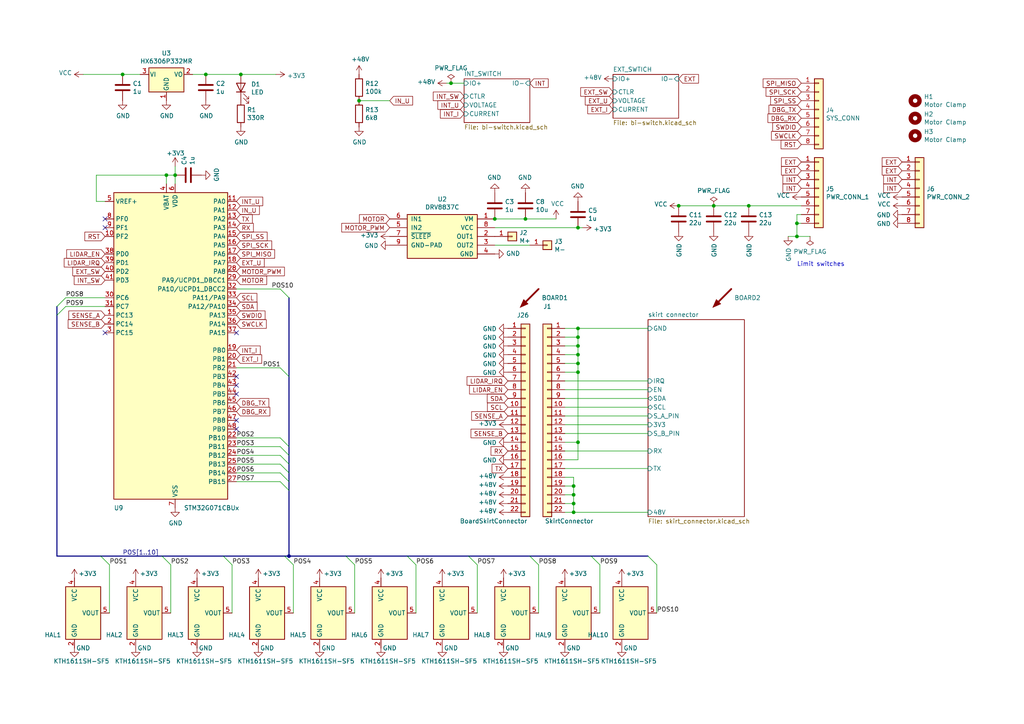
<source format=kicad_sch>
(kicad_sch (version 20211123) (generator eeschema)
  (paper "A4")
  (junction (at 104.14 29.21))
  (junction (at 167.64 97.79))
  (junction (at 166.37 140.97))
  (junction (at 207.01 59.69))
  (junction (at 35.56 21.59))
  (junction (at 166.37 146.05))
  (junction (at 59.69 21.59))
  (junction (at 130.81 24.13))
  (junction (at 167.64 105.41))
  (junction (at 50.8 50.8))
  (junction (at 196.85 59.69))
  (junction (at 167.64 66.04))
  (junction (at 152.4 63.5))
  (junction (at 231.14 68.58))
  (junction (at 143.51 63.5))
  (junction (at 69.85 21.59))
  (junction (at 217.17 59.69))
  (junction (at 83.82 161.29))
  (junction (at 167.64 102.87))
  (junction (at 231.14 64.77))
  (junction (at 167.64 128.27))
  (junction (at 167.64 100.33))
  (junction (at 167.64 107.95))
  (junction (at 167.64 95.25))
  (junction (at 166.37 148.59))
  (junction (at 48.26 50.8))
  (junction (at 166.37 143.51))
  (no_connect (at 68.58 111.76))
  (no_connect (at 68.58 121.92))
  (no_connect (at 30.48 66.04))
  (no_connect (at 68.58 109.22))
  (no_connect (at 30.48 63.5))
  (no_connect (at 68.58 124.46))
  (no_connect (at 68.58 96.52))
  (no_connect (at 30.48 96.52))
  (no_connect (at 68.58 114.3))
  (bus_entry (at 29.21 161.29) (size 2.54 2.54))
  (bus_entry (at 153.67 161.29) (size 2.54 2.54))
  (bus_entry (at 82.55 161.29) (size 2.54 2.54))
  (bus_entry (at 83.82 134.62) (size -2.54 -2.54))
  (bus_entry (at 16.51 88.9) (size 2.54 -2.54))
  (bus_entry (at 171.45 161.29) (size 2.54 2.54))
  (bus_entry (at 83.82 129.54) (size -2.54 -2.54))
  (bus_entry (at 83.82 86.36) (size -2.54 -2.54))
  (bus_entry (at 46.99 161.29) (size 2.54 2.54))
  (bus_entry (at 187.96 161.29) (size 2.54 2.54))
  (bus_entry (at 83.82 142.24) (size -2.54 -2.54))
  (bus_entry (at 100.33 161.29) (size 2.54 2.54))
  (bus_entry (at 83.82 137.16) (size -2.54 -2.54))
  (bus_entry (at 118.11 161.29) (size 2.54 2.54))
  (bus_entry (at 64.77 161.29) (size 2.54 2.54))
  (bus_entry (at 16.51 91.44) (size 2.54 -2.54))
  (bus_entry (at 135.89 161.29) (size 2.54 2.54))
  (bus_entry (at 83.82 132.08) (size -2.54 -2.54))
  (bus_entry (at 83.82 109.22) (size -2.54 -2.54))
  (bus_entry (at 83.82 139.7) (size -2.54 -2.54))
  (wire (pts (xy 163.83 102.87) (xy 167.64 102.87)))
  (wire (pts (xy 190.5 163.83) (xy 190.5 177.8)))
  (bus (pts (xy 29.21 161.29) (xy 46.99 161.29)))
  (bus (pts (xy 16.51 88.9) (xy 16.51 91.44)))
  (wire (pts (xy 153.67 71.12) (xy 143.51 71.12)))
  (wire (pts (xy 167.64 107.95) (xy 167.64 128.27)))
  (wire (pts (xy 234.95 68.58) (xy 231.14 68.58)))
  (wire (pts (xy 59.69 21.59) (xy 69.85 21.59)))
  (wire (pts (xy 102.87 163.83) (xy 102.87 177.8)))
  (bus (pts (xy 83.82 86.36) (xy 83.82 109.22)))
  (wire (pts (xy 19.05 86.36) (xy 30.48 86.36)))
  (wire (pts (xy 232.41 64.77) (xy 231.14 64.77)))
  (bus (pts (xy 135.89 161.29) (xy 153.67 161.29)))
  (wire (pts (xy 163.83 118.11) (xy 187.96 118.11)))
  (bus (pts (xy 171.45 161.29) (xy 187.96 161.29)))
  (wire (pts (xy 167.64 95.25) (xy 187.96 95.25)))
  (wire (pts (xy 166.37 140.97) (xy 166.37 143.51)))
  (wire (pts (xy 68.58 134.62) (xy 81.28 134.62)))
  (wire (pts (xy 35.56 21.59) (xy 24.13 21.59)))
  (bus (pts (xy 46.99 161.29) (xy 64.77 161.29)))
  (wire (pts (xy 68.58 127) (xy 81.28 127)))
  (wire (pts (xy 163.83 130.81) (xy 187.96 130.81)))
  (bus (pts (xy 83.82 142.24) (xy 83.82 161.29)))
  (bus (pts (xy 83.82 109.22) (xy 83.82 129.54)))
  (wire (pts (xy 129.54 24.13) (xy 130.81 24.13)))
  (wire (pts (xy 207.01 59.69) (xy 217.17 59.69)))
  (wire (pts (xy 48.26 50.8) (xy 48.26 53.34)))
  (bus (pts (xy 83.82 129.54) (xy 83.82 132.08)))
  (wire (pts (xy 163.83 138.43) (xy 166.37 138.43)))
  (wire (pts (xy 68.58 139.7) (xy 81.28 139.7)))
  (bus (pts (xy 16.51 91.44) (xy 16.51 161.29)))
  (wire (pts (xy 166.37 143.51) (xy 166.37 146.05)))
  (bus (pts (xy 118.11 161.29) (xy 135.89 161.29)))
  (wire (pts (xy 231.14 64.77) (xy 231.14 68.58)))
  (bus (pts (xy 64.77 161.29) (xy 82.55 161.29)))
  (wire (pts (xy 68.58 137.16) (xy 81.28 137.16)))
  (wire (pts (xy 27.94 50.8) (xy 48.26 50.8)))
  (wire (pts (xy 163.83 97.79) (xy 167.64 97.79)))
  (wire (pts (xy 156.21 163.83) (xy 156.21 177.8)))
  (wire (pts (xy 85.09 163.83) (xy 85.09 177.8)))
  (bus (pts (xy 29.21 161.29) (xy 16.51 161.29)))
  (wire (pts (xy 163.83 105.41) (xy 167.64 105.41)))
  (wire (pts (xy 166.37 138.43) (xy 166.37 140.97)))
  (wire (pts (xy 19.05 88.9) (xy 30.48 88.9)))
  (wire (pts (xy 163.83 140.97) (xy 166.37 140.97)))
  (wire (pts (xy 167.64 97.79) (xy 167.64 95.25)))
  (wire (pts (xy 163.83 110.49) (xy 187.96 110.49)))
  (wire (pts (xy 167.64 66.04) (xy 168.91 66.04)))
  (wire (pts (xy 163.83 143.51) (xy 166.37 143.51)))
  (wire (pts (xy 163.83 128.27) (xy 167.64 128.27)))
  (wire (pts (xy 68.58 132.08) (xy 81.28 132.08)))
  (bus (pts (xy 153.67 161.29) (xy 171.45 161.29)))
  (wire (pts (xy 50.8 50.8) (xy 50.8 53.34)))
  (wire (pts (xy 163.83 100.33) (xy 167.64 100.33)))
  (bus (pts (xy 83.82 137.16) (xy 83.82 139.7)))
  (bus (pts (xy 83.82 139.7) (xy 83.82 142.24)))
  (wire (pts (xy 49.53 163.83) (xy 49.53 177.8)))
  (bus (pts (xy 83.82 134.62) (xy 83.82 137.16)))
  (wire (pts (xy 173.99 163.83) (xy 173.99 177.8)))
  (bus (pts (xy 100.33 161.29) (xy 118.11 161.29)))
  (wire (pts (xy 163.83 146.05) (xy 166.37 146.05)))
  (wire (pts (xy 232.41 62.23) (xy 231.14 62.23)))
  (wire (pts (xy 68.58 83.82) (xy 81.28 83.82)))
  (wire (pts (xy 130.81 24.13) (xy 134.62 24.13)))
  (wire (pts (xy 31.75 163.83) (xy 31.75 177.8)))
  (wire (pts (xy 166.37 146.05) (xy 166.37 148.59)))
  (wire (pts (xy 163.83 115.57) (xy 187.96 115.57)))
  (wire (pts (xy 167.64 105.41) (xy 167.64 102.87)))
  (wire (pts (xy 163.83 148.59) (xy 166.37 148.59)))
  (wire (pts (xy 163.83 135.89) (xy 187.96 135.89)))
  (wire (pts (xy 30.48 58.42) (xy 27.94 58.42)))
  (wire (pts (xy 196.85 59.69) (xy 207.01 59.69)))
  (wire (pts (xy 231.14 62.23) (xy 231.14 64.77)))
  (wire (pts (xy 68.58 129.54) (xy 81.28 129.54)))
  (wire (pts (xy 27.94 58.42) (xy 27.94 50.8)))
  (wire (pts (xy 50.8 50.8) (xy 50.8 48.26)))
  (bus (pts (xy 82.55 161.29) (xy 83.82 161.29)))
  (wire (pts (xy 167.64 100.33) (xy 167.64 97.79)))
  (wire (pts (xy 67.31 163.83) (xy 67.31 177.8)))
  (wire (pts (xy 166.37 148.59) (xy 187.96 148.59)))
  (wire (pts (xy 167.64 105.41) (xy 167.64 107.95)))
  (wire (pts (xy 69.85 21.59) (xy 80.01 21.59)))
  (wire (pts (xy 167.64 102.87) (xy 167.64 100.33)))
  (wire (pts (xy 163.83 123.19) (xy 187.96 123.19)))
  (wire (pts (xy 120.65 163.83) (xy 120.65 177.8)))
  (wire (pts (xy 232.41 59.69) (xy 217.17 59.69)))
  (wire (pts (xy 163.83 107.95) (xy 167.64 107.95)))
  (wire (pts (xy 113.03 29.21) (xy 104.14 29.21)))
  (wire (pts (xy 143.51 63.5) (xy 152.4 63.5)))
  (wire (pts (xy 143.51 66.04) (xy 167.64 66.04)))
  (wire (pts (xy 163.83 125.73) (xy 187.96 125.73)))
  (wire (pts (xy 40.64 21.59) (xy 35.56 21.59)))
  (bus (pts (xy 83.82 132.08) (xy 83.82 134.62)))
  (wire (pts (xy 152.4 63.5) (xy 161.29 63.5)))
  (wire (pts (xy 163.83 120.65) (xy 187.96 120.65)))
  (wire (pts (xy 231.14 68.58) (xy 228.6 68.58)))
  (wire (pts (xy 138.43 163.83) (xy 138.43 177.8)))
  (wire (pts (xy 68.58 106.68) (xy 81.28 106.68)))
  (wire (pts (xy 163.83 113.03) (xy 187.96 113.03)))
  (bus (pts (xy 83.82 161.29) (xy 100.33 161.29)))
  (wire (pts (xy 167.64 95.25) (xy 163.83 95.25)))
  (wire (pts (xy 55.88 21.59) (xy 59.69 21.59)))
  (wire (pts (xy 167.64 133.35) (xy 163.83 133.35)))
  (wire (pts (xy 48.26 50.8) (xy 50.8 50.8)))
  (wire (pts (xy 167.64 128.27) (xy 167.64 133.35)))
  (text "Limit switches" (at 231.14 77.47 0) (effects (font (size 1.27 1.27)) (justify left bottom)))
  (label "POS9" (at 19.05 88.9 0))
  (label "POS5" (at 68.58 134.62 0))
  (label "POS7" (at 138.43 163.83 0))
  (label "POS1" (at 76.2 106.68 0))
  (label "POS4" (at 68.58 132.08 0))
  (label "POS2" (at 68.58 127 0))
  (label "POS8" (at 19.05 86.36 0))
  (label "POS1" (at 31.75 163.83 0))
  (label "POS2" (at 49.53 163.83 0))
  (label "POS8" (at 156.21 163.83 0))
  (label "POS6" (at 120.65 163.83 0))
  (label "POS3" (at 68.58 129.54 0))
  (label "POS3" (at 67.31 163.83 0))
  (label "POS10" (at 78.74 83.82 0))
  (label "POS6" (at 68.58 137.16 0))
  (label "POS[1..10]" (at 35.56 161.29 0))
  (label "POS7" (at 68.58 139.7 0))
  (label "POS10" (at 190.5 177.8 0))
  (label "POS5" (at 102.87 163.83 0))
  (label "POS4" (at 85.09 163.83 0))
  (label "POS9" (at 173.99 163.83 0))
  (global_label "MOTOR_PWM" (shape input) (at 68.58 78.74 0) (property "Intersheet References" "${INTERSHEET_REFS}" (effects hide)))
  (global_label "SPI_SCK" (shape input) (at 68.58 71.12 0) (property "Intersheet References" "${INTERSHEET_REFS}" (effects hide)))
  (global_label "DBG_TX" (shape input) (at 232.41 31.75 180) (property "Intersheet References" "${INTERSHEET_REFS}" (effects hide)))
  (global_label "SDA" (shape input) (at 68.58 88.9 0) (property "Intersheet References" "${INTERSHEET_REFS}" (effects hide)))
  (global_label "EXT" (shape input) (at 232.41 46.99 180) (property "Intersheet References" "${INTERSHEET_REFS}" (effects hide)))
  (global_label "SENSE_B" (shape input) (at 147.32 125.73 180) (property "Intersheet References" "${INTERSHEET_REFS}" (effects hide)))
  (global_label "INT_U" (shape input) (at 134.62 30.48 180) (property "Intersheet References" "${INTERSHEET_REFS}" (effects hide)))
  (global_label "EXT" (shape input) (at 261.62 46.99 180) (property "Intersheet References" "${INTERSHEET_REFS}" (effects hide)))
  (global_label "SPI_SS" (shape input) (at 232.41 29.21 180) (property "Intersheet References" "${INTERSHEET_REFS}" (effects hide)))
  (global_label "INT_SW" (shape input) (at 30.48 81.28 180) (property "Intersheet References" "${INTERSHEET_REFS}" (effects hide)))
  (global_label "EXT_SW" (shape input) (at 30.48 78.74 180) (property "Intersheet References" "${INTERSHEET_REFS}" (effects hide)))
  (global_label "EXT_I" (shape input) (at 177.8 31.75 180) (property "Intersheet References" "${INTERSHEET_REFS}" (effects hide)))
  (global_label "SWDIO" (shape input) (at 232.41 36.83 180) (property "Intersheet References" "${INTERSHEET_REFS}" (effects hide)))
  (global_label "SDA" (shape input) (at 147.32 115.57 180) (property "Intersheet References" "${INTERSHEET_REFS}" (effects hide)))
  (global_label "MOTOR" (shape input) (at 113.03 63.5 180) (property "Intersheet References" "${INTERSHEET_REFS}" (effects hide)))
  (global_label "INT_I" (shape input) (at 134.62 33.02 180) (property "Intersheet References" "${INTERSHEET_REFS}" (effects hide)))
  (global_label "MOTOR" (shape input) (at 68.58 81.28 0) (property "Intersheet References" "${INTERSHEET_REFS}" (effects hide)))
  (global_label "LIDAR_IRQ" (shape input) (at 147.32 110.49 180) (property "Intersheet References" "${INTERSHEET_REFS}" (effects hide)))
  (global_label "INT" (shape input) (at 261.62 52.07 180) (property "Intersheet References" "${INTERSHEET_REFS}" (effects hide)))
  (global_label "IN_U" (shape input) (at 113.03 29.21 0) (property "Intersheet References" "${INTERSHEET_REFS}" (effects hide)))
  (global_label "EXT" (shape input) (at 232.41 49.53 180) (property "Intersheet References" "${INTERSHEET_REFS}" (effects hide)))
  (global_label "EXT_U" (shape input) (at 177.8 29.21 180) (property "Intersheet References" "${INTERSHEET_REFS}" (effects hide)))
  (global_label "SPI_MISO" (shape input) (at 232.41 24.13 180) (property "Intersheet References" "${INTERSHEET_REFS}" (effects hide)))
  (global_label "SENSE_A" (shape input) (at 147.32 120.65 180) (property "Intersheet References" "${INTERSHEET_REFS}" (effects hide)))
  (global_label "SENSE_A" (shape input) (at 30.48 91.44 180) (property "Intersheet References" "${INTERSHEET_REFS}" (effects hide)))
  (global_label "RX" (shape input) (at 147.32 130.81 180) (property "Intersheet References" "${INTERSHEET_REFS}" (effects hide)))
  (global_label "LIDAR_IRQ" (shape input) (at 30.48 76.2 180) (property "Intersheet References" "${INTERSHEET_REFS}" (effects hide)))
  (global_label "SWDIO" (shape input) (at 68.58 91.44 0) (property "Intersheet References" "${INTERSHEET_REFS}" (effects hide)))
  (global_label "TX" (shape input) (at 147.32 135.89 180) (property "Intersheet References" "${INTERSHEET_REFS}" (effects hide)))
  (global_label "INT_SW" (shape input) (at 134.62 27.94 180) (property "Intersheet References" "${INTERSHEET_REFS}" (effects hide)))
  (global_label "SPI_SS" (shape input) (at 68.58 68.58 0) (property "Intersheet References" "${INTERSHEET_REFS}" (effects hide)))
  (global_label "IN_U" (shape input) (at 68.58 60.96 0) (property "Intersheet References" "${INTERSHEET_REFS}" (effects hide)))
  (global_label "DBG_RX" (shape input) (at 68.58 119.38 0) (property "Intersheet References" "${INTERSHEET_REFS}" (effects hide)))
  (global_label "SPI_MISO" (shape input) (at 68.58 73.66 0) (property "Intersheet References" "${INTERSHEET_REFS}" (effects hide)))
  (global_label "DBG_RX" (shape input) (at 232.41 34.29 180) (property "Intersheet References" "${INTERSHEET_REFS}" (effects hide)))
  (global_label "MOTOR_PWM" (shape input) (at 113.03 66.04 180) (property "Intersheet References" "${INTERSHEET_REFS}" (effects hide)))
  (global_label "EXT" (shape input) (at 261.62 49.53 180) (property "Intersheet References" "${INTERSHEET_REFS}" (effects hide)))
  (global_label "SENSE_B" (shape input) (at 30.48 93.98 180) (property "Intersheet References" "${INTERSHEET_REFS}" (effects hide)))
  (global_label "RST" (shape input) (at 232.41 41.91 180) (property "Intersheet References" "${INTERSHEET_REFS}" (effects hide)))
  (global_label "SPI_SCK" (shape input) (at 232.41 26.67 180) (property "Intersheet References" "${INTERSHEET_REFS}" (effects hide)))
  (global_label "SCL" (shape input) (at 68.58 86.36 0) (property "Intersheet References" "${INTERSHEET_REFS}" (effects hide)))
  (global_label "INT" (shape input) (at 232.41 52.07 180) (property "Intersheet References" "${INTERSHEET_REFS}" (effects hide)))
  (global_label "INT_I" (shape input) (at 68.58 101.6 0) (property "Intersheet References" "${INTERSHEET_REFS}" (effects hide)))
  (global_label "EXT_SW" (shape input) (at 177.8 26.67 180) (property "Intersheet References" "${INTERSHEET_REFS}" (effects hide)))
  (global_label "SCL" (shape input) (at 147.32 118.11 180) (property "Intersheet References" "${INTERSHEET_REFS}" (effects hide)))
  (global_label "RST" (shape input) (at 30.48 68.58 180) (property "Intersheet References" "${INTERSHEET_REFS}" (effects hide)))
  (global_label "INT" (shape input) (at 232.41 54.61 180) (property "Intersheet References" "${INTERSHEET_REFS}" (effects hide)))
  (global_label "INT" (shape input) (at 261.62 54.61 180) (property "Intersheet References" "${INTERSHEET_REFS}" (effects hide)))
  (global_label "EXT" (shape input) (at 196.85 22.86 0) (property "Intersheet References" "${INTERSHEET_REFS}" (effects hide)))
  (global_label "EXT_U" (shape input) (at 68.58 76.2 0) (property "Intersheet References" "${INTERSHEET_REFS}" (effects hide)))
  (global_label "LIDAR_EN" (shape input) (at 147.32 113.03 180) (property "Intersheet References" "${INTERSHEET_REFS}" (effects hide)))
  (global_label "SWCLK" (shape input) (at 232.41 39.37 180) (property "Intersheet References" "${INTERSHEET_REFS}" (effects hide)))
  (global_label "INT" (shape input) (at 153.67 24.13 0) (property "Intersheet References" "${INTERSHEET_REFS}" (effects hide)))
  (global_label "DBG_TX" (shape input) (at 68.58 116.84 0) (property "Intersheet References" "${INTERSHEET_REFS}" (effects hide)))
  (global_label "RX" (shape input) (at 68.58 66.04 0) (property "Intersheet References" "${INTERSHEET_REFS}" (effects hide)))
  (global_label "SWCLK" (shape input) (at 68.58 93.98 0) (property "Intersheet References" "${INTERSHEET_REFS}" (effects hide)))
  (global_label "INT_U" (shape input) (at 68.58 58.42 0) (property "Intersheet References" "${INTERSHEET_REFS}" (effects hide)))
  (global_label "EXT_I" (shape input) (at 68.58 104.14 0) (property "Intersheet References" "${INTERSHEET_REFS}" (effects hide)))
  (global_label "TX" (shape input) (at 68.58 63.5 0) (property "Intersheet References" "${INTERSHEET_REFS}" (effects hide)))
  (global_label "LIDAR_EN" (shape input) (at 30.48 73.66 180) (property "Intersheet References" "${INTERSHEET_REFS}" (effects hide)))
  (symbol (lib_name "GND_13") (lib_id "power:GND") (at 50.8 147.32 0) (unit 1)
    (property "Reference" "#PWR0101" (effects hide))
    (property "Value" "GND" (at 50.927 151.7142 0))
  )
  (symbol (lib_name "+3V3_8") (lib_id "power:+3V3") (at 50.8 48.26 0) (unit 1)
    (property "Reference" "#PWR0102" (effects hide))
    (property "Value" "+3V3" (at 48.26 44.45 0) (effects (justify left)))
  )
  (symbol (lib_name "GND_8") (lib_id "power:GND") (at 58.42 50.8 90) (unit 1)
    (property "Reference" "#PWR0103" (effects hide))
    (property "Value" "GND" (at 62.8142 50.673 0))
  )
  (symbol (lib_name "GND_10") (lib_id "power:GND") (at 48.26 29.21 0) (unit 1)
    (property "Reference" "#PWR0104" (effects hide))
    (property "Value" "GND" (at 48.387 33.6042 0))
  )
  (symbol (lib_id "power:+3V3") (at 80.01 21.59 270) (unit 1)
    (property "Reference" "#PWR0107" (effects hide))
    (property "Value" "+3V3" (at 83.2612 21.971 90) (effects (justify left)))
  )
  (symbol (lib_id "power:VCC") (at 161.29 63.5 0) (unit 1)
    (property "Reference" "#PWR0113" (effects hide))
    (property "Value" "VCC" (at 161.7218 59.1058 0))
  )
  (symbol (lib_name "+3V3_3") (lib_id "power:+3V3") (at 113.03 68.58 90) (unit 1)
    (property "Reference" "#PWR0114" (effects hide))
    (property "Value" "+3V3" (at 109.7788 68.199 90) (effects (justify left)))
  )
  (symbol (lib_name "+3V3_13") (lib_id "power:+3V3") (at 168.91 66.04 270) (unit 1)
    (property "Reference" "#PWR0115" (effects hide))
    (property "Value" "+3V3" (at 172.1612 66.421 90) (effects (justify left)))
  )
  (symbol (lib_name "GND_2") (lib_id "power:GND") (at 113.03 71.12 270) (unit 1)
    (property "Reference" "#PWR0116" (effects hide))
    (property "Value" "GND" (at 109.7788 71.247 90) (effects (justify right)))
  )
  (symbol (lib_name "GND_28") (lib_id "power:GND") (at 143.51 73.66 90) (unit 1)
    (property "Reference" "#PWR0117" (effects hide))
    (property "Value" "GND" (at 146.7612 73.533 90) (effects (justify right)))
  )
  (symbol (lib_name "C_7") (lib_id "Device:C") (at 167.64 62.23 0) (unit 1)
    (property "Reference" "C5" (at 170.561 61.0616 0) (effects (justify left)))
    (property "Value" "1u" (at 170.561 63.373 0) (effects (justify left)))
    (property "Footprint" "Capacitor_SMD:C_0402_1005Metric" (effects hide))
    (property "LCSC" "C52923" (effects hide))
  )
  (symbol (lib_name "GND_24") (lib_id "power:GND") (at 167.64 58.42 180) (unit 1)
    (property "Reference" "#PWR0118" (effects hide))
    (property "Value" "GND" (at 167.513 54.0258 0))
  )
  (symbol (lib_name "C_2") (lib_id "Device:C") (at 54.61 50.8 90) (unit 1)
    (property "Reference" "C4" (at 53.4416 47.879 0) (effects (justify left)))
    (property "Value" "1u" (at 55.753 47.879 0) (effects (justify left)))
    (property "Footprint" "Capacitor_SMD:C_0402_1005Metric" (effects hide))
    (property "LCSC" "C52923" (effects hide))
  )
  (symbol (lib_name "GND_25") (lib_id "power:GND") (at 143.51 55.88 180) (unit 1)
    (property "Reference" "#PWR0119" (effects hide))
    (property "Value" "GND" (at 143.383 51.4858 0))
  )
  (symbol (lib_name "Conn_01x01_1") (lib_id "Connector_Generic:Conn_01x01") (at 148.59 68.58 0) (unit 1)
    (property "Reference" "J2" (at 150.622 67.5132 0) (effects (justify left)))
    (property "Value" "M+" (at 150.622 69.8246 0) (effects (justify left)))
    (property "Footprint" "TestPoint:TestPoint_Pad_D2.5mm" (effects hide))
  )
  (symbol (lib_id "Connector_Generic:Conn_01x01") (at 158.75 71.12 0) (unit 1)
    (property "Reference" "J3" (at 160.782 70.0532 0) (effects (justify left)))
    (property "Value" "M-" (at 160.782 72.3646 0) (effects (justify left)))
    (property "Footprint" "TestPoint:TestPoint_Pad_D2.5mm" (effects hide))
  )
  (symbol (lib_id "Device:LED") (at 69.85 25.4 90) (unit 1)
    (property "Reference" "D1" (at 72.8218 24.4348 90) (effects (justify right)))
    (property "Value" "LED" (at 72.8218 26.7462 90) (effects (justify right)))
    (property "Footprint" "LED_SMD:LED_0603_1608Metric" (effects hide))
    (property "LCSC" "C72038" (effects hide))
  )
  (symbol (lib_id "Device:R") (at 69.85 33.02 0) (unit 1)
    (property "Reference" "R1" (at 71.628 31.8516 0) (effects (justify left)))
    (property "Value" "330R" (at 71.628 34.163 0) (effects (justify left)))
    (property "Footprint" "Resistor_SMD:R_0402_1005Metric" (effects hide))
    (property "LCSC" "C25104" (effects hide))
  )
  (symbol (lib_name "GND_12") (lib_id "power:GND") (at 69.85 36.83 0) (unit 1)
    (property "Reference" "#PWR0127" (effects hide))
    (property "Value" "GND" (at 69.977 41.2242 0))
  )
  (symbol (lib_name "+48V_2") (lib_id "power:+48V") (at 129.54 24.13 90) (unit 1)
    (property "Reference" "#PWR0128" (effects hide))
    (property "Value" "+48V" (at 126.2888 23.749 90) (effects (justify left)))
  )
  (symbol (lib_name "+48V_3") (lib_id "power:+48V") (at 177.8 22.86 90) (unit 1)
    (property "Reference" "#PWR0129" (effects hide))
    (property "Value" "+48V" (at 174.5488 22.479 90) (effects (justify left)))
  )
  (symbol (lib_name "R_1") (lib_id "Device:R") (at 104.14 25.4 0) (unit 1)
    (property "Reference" "R12" (at 105.918 24.2316 0) (effects (justify left)))
    (property "Value" "100k" (at 105.918 26.543 0) (effects (justify left)))
    (property "Footprint" "Resistor_SMD:R_0402_1005Metric" (effects hide))
    (property "LCSC" "C25741" (effects hide))
  )
  (symbol (lib_name "R_2") (lib_id "Device:R") (at 104.14 33.02 0) (unit 1)
    (property "Reference" "R13" (at 105.918 31.8516 0) (effects (justify left)))
    (property "Value" "6k8" (at 105.918 34.163 0) (effects (justify left)))
    (property "Footprint" "Resistor_SMD:R_0402_1005Metric" (effects hide))
    (property "LCSC" "C25917" (effects hide))
  )
  (symbol (lib_name "GND_3") (lib_id "power:GND") (at 104.14 36.83 0) (unit 1)
    (property "Reference" "#PWR0143" (effects hide))
    (property "Value" "GND" (at 104.267 41.2242 0))
  )
  (symbol (lib_name "+48V_1") (lib_id "power:+48V") (at 104.14 21.59 0) (unit 1)
    (property "Reference" "#PWR0144" (effects hide))
    (property "Value" "+48V" (at 104.521 17.1958 0))
  )
  (symbol (lib_id "Mechanical:MountingHole") (at 265.43 34.29 0) (unit 1)
    (property "Reference" "H2" (at 267.97 33.1216 0) (effects (justify left)))
    (property "Value" "Motor Clamp" (at 267.97 35.433 0) (effects (justify left)))
    (property "Footprint" "MountingHole:MountingHole_2mm" (effects hide))
    (property "JLCPCB_IGNORE" "YES" (effects hide))
  )
  (symbol (lib_name "MountingHole_2") (lib_id "Mechanical:MountingHole") (at 265.43 39.37 0) (unit 1)
    (property "Reference" "H3" (at 267.97 38.2016 0) (effects (justify left)))
    (property "Value" "Motor Clamp" (at 267.97 40.513 0) (effects (justify left)))
    (property "Footprint" "MountingHole:MountingHole_2mm" (effects hide))
    (property "JLCPCB_IGNORE" "YES" (effects hide))
  )
  (symbol (lib_name "MountingHole_1") (lib_id "Mechanical:MountingHole") (at 265.43 29.21 0) (unit 1)
    (property "Reference" "H1" (at 267.97 28.0416 0) (effects (justify left)))
    (property "Value" "Motor Clamp" (at 267.97 30.353 0) (effects (justify left)))
    (property "Footprint" "MountingHole:MountingHole_2mm" (effects hide))
    (property "JLCPCB_IGNORE" "YES" (effects hide))
  )
  (symbol (lib_id "rofi:DRV8837C") (at 128.27 68.58 0) (unit 1)
    (property "Reference" "U2" (at 128.27 57.785 0))
    (property "Value" "DRV8837C" (at 128.27 60.0964 0))
    (property "Footprint" "Package_SON:WSON-8-1EP_2x2mm_P0.5mm_EP0.9x1.6mm" (effects hide))
    (property "manf#" "DRV8837CDSGR" (effects hide))
    (property "LCSC" "C191000" (effects hide))
  )
  (symbol (lib_name "VCC_1") (lib_id "power:VCC") (at 24.13 21.59 90) (unit 1)
    (property "Reference" "#PWR0105" (effects hide))
    (property "Value" "VCC" (at 20.9042 21.1328 90) (effects (justify left)))
  )
  (symbol (lib_id "Regulator_Linear:MCP1700-2502E_SOT23") (at 48.26 21.59 0) (unit 1)
    (property "Reference" "U3" (at 48.26 15.4432 0))
    (property "Value" "HX6306P332MR" (at 48.26 17.7546 0))
    (property "Footprint" "Package_TO_SOT_SMD:SOT-23" (effects hide))
    (property "LCSC" "C296211" (effects hide))
    (property "JLCPCB_CORRECTION" "0;0;180" (effects hide))
  )
  (symbol (lib_name "C_1") (lib_id "Device:C") (at 59.69 25.4 0) (unit 1)
    (property "Reference" "C2" (at 62.611 24.2316 0) (effects (justify left)))
    (property "Value" "1u" (at 62.611 26.543 0) (effects (justify left)))
    (property "Footprint" "Capacitor_SMD:C_0402_1005Metric" (effects hide))
    (property "LCSC" "C52923" (effects hide))
  )
  (symbol (lib_name "C_3") (lib_id "Device:C") (at 35.56 25.4 0) (unit 1)
    (property "Reference" "C1" (at 38.481 24.2316 0) (effects (justify left)))
    (property "Value" "1u" (at 38.481 26.543 0) (effects (justify left)))
    (property "Footprint" "Capacitor_SMD:C_0402_1005Metric" (effects hide))
    (property "LCSC" "C52923" (effects hide))
  )
  (symbol (lib_name "GND_11") (lib_id "power:GND") (at 59.69 29.21 0) (unit 1)
    (property "Reference" "#PWR0106" (effects hide))
    (property "Value" "GND" (at 59.817 33.6042 0))
  )
  (symbol (lib_name "GND_9") (lib_id "power:GND") (at 35.56 29.21 0) (unit 1)
    (property "Reference" "#PWR0108" (effects hide))
    (property "Value" "GND" (at 35.687 33.6042 0))
  )
  (symbol (lib_id "Device:C") (at 152.4 59.69 0) (unit 1)
    (property "Reference" "C8" (at 155.321 58.5216 0) (effects (justify left)))
    (property "Value" "10u" (at 155.321 60.833 0) (effects (justify left)))
    (property "Footprint" "Capacitor_SMD:C_0603_1608Metric" (effects hide))
    (property "LCSC" "C19702" (effects hide))
  )
  (symbol (lib_name "GND_26") (lib_id "power:GND") (at 152.4 55.88 180) (unit 1)
    (property "Reference" "#PWR0109" (effects hide))
    (property "Value" "GND" (at 152.273 51.4858 0))
  )
  (symbol (lib_name "C_8") (lib_id "Device:C") (at 143.51 59.69 0) (unit 1)
    (property "Reference" "C3" (at 146.431 58.5216 0) (effects (justify left)))
    (property "Value" "1u" (at 146.431 60.833 0) (effects (justify left)))
    (property "Footprint" "Capacitor_SMD:C_0402_1005Metric" (effects hide))
    (property "LCSC" "C52923" (effects hide))
  )
  (symbol (lib_id "Connector_Generic:Conn_01x08") (at 237.49 31.75 0) (unit 1)
    (property "Reference" "J4" (at 239.522 31.9532 0) (effects (justify left)))
    (property "Value" "SYS_CONN" (at 239.522 34.2646 0) (effects (justify left)))
    (property "Footprint" "rofi:SOLO-9258-mating" (effects hide))
    (property "JLCPCB_IGNORE" "YES" (effects hide))
  )
  (symbol (lib_name "GND_22") (lib_id "power:GND") (at 228.6 68.58 0) (unit 1)
    (property "Reference" "#PWR0124" (effects hide))
    (property "Value" "GND" (at 228.727 71.8312 90) (effects (justify right)))
  )
  (symbol (lib_name "Conn_01x08_1") (lib_id "Connector_Generic:Conn_01x08") (at 237.49 54.61 0) (unit 1)
    (property "Reference" "J5" (at 239.522 54.8132 0) (effects (justify left)))
    (property "Value" "PWR_CONN_1" (at 239.522 57.1246 0) (effects (justify left)))
    (property "Footprint" "rofi:SOLO-9258-mating" (effects hide))
    (property "JLCPCB_IGNORE" "YES" (effects hide))
  )
  (symbol (lib_name "VCC_5") (lib_id "power:VCC") (at 196.85 59.69 90) (unit 1)
    (property "Reference" "#PWR0148" (effects hide))
    (property "Value" "VCC" (at 193.6242 59.2328 90) (effects (justify left)))
  )
  (symbol (lib_name "VCC_2") (lib_id "power:VCC") (at 232.41 57.15 90) (unit 1)
    (property "Reference" "#PWR0149" (effects hide))
    (property "Value" "VCC" (at 229.1842 56.6928 90) (effects (justify left)))
  )
  (symbol (lib_name "GND_19") (lib_id "power:GND") (at 261.62 64.77 270) (unit 1)
    (property "Reference" "#PWR0150" (effects hide))
    (property "Value" "GND" (at 258.3688 64.897 90) (effects (justify right)))
  )
  (symbol (lib_name "Conn_01x08_2") (lib_id "Connector_Generic:Conn_01x08") (at 266.7 54.61 0) (unit 1)
    (property "Reference" "J6" (at 268.732 54.8132 0) (effects (justify left)))
    (property "Value" "PWR_CONN_2" (at 268.732 57.1246 0) (effects (justify left)))
    (property "Footprint" "rofi:SOLO-9258-mating" (effects hide))
    (property "JLCPCB_IGNORE" "YES" (effects hide))
  )
  (symbol (lib_name "GND_18") (lib_id "power:GND") (at 261.62 62.23 270) (unit 1)
    (property "Reference" "#PWR0151" (effects hide))
    (property "Value" "GND" (at 258.3688 62.357 90) (effects (justify right)))
  )
  (symbol (lib_name "VCC_3") (lib_id "power:VCC") (at 261.62 59.69 90) (unit 1)
    (property "Reference" "#PWR0152" (effects hide))
    (property "Value" "VCC" (at 258.3942 59.2328 90) (effects (justify left)))
  )
  (symbol (lib_name "VCC_4") (lib_id "power:VCC") (at 261.62 57.15 90) (unit 1)
    (property "Reference" "#PWR0153" (effects hide))
    (property "Value" "VCC" (at 258.3942 56.6928 90) (effects (justify left)))
  )
  (symbol (lib_name "C_4") (lib_id "Device:C") (at 196.85 63.5 0) (unit 1)
    (property "Reference" "C11" (at 199.771 62.3316 0) (effects (justify left)))
    (property "Value" "22u" (at 199.771 64.643 0) (effects (justify left)))
    (property "Footprint" "Capacitor_SMD:C_0805_2012Metric" (effects hide))
    (property "LCSC" "C45783" (effects hide))
  )
  (symbol (lib_name "GND_20") (lib_id "power:GND") (at 196.85 67.31 0) (unit 1)
    (property "Reference" "#PWR0154" (effects hide))
    (property "Value" "GND" (at 196.977 70.5612 90) (effects (justify right)))
  )
  (symbol (lib_name "C_6") (lib_id "Device:C") (at 207.01 63.5 0) (unit 1)
    (property "Reference" "C12" (at 209.931 62.3316 0) (effects (justify left)))
    (property "Value" "22u" (at 209.931 64.643 0) (effects (justify left)))
    (property "Footprint" "Capacitor_SMD:C_0805_2012Metric" (effects hide))
    (property "LCSC" "C45783" (effects hide))
  )
  (symbol (lib_name "C_5") (lib_id "Device:C") (at 217.17 63.5 0) (unit 1)
    (property "Reference" "C13" (at 220.091 62.3316 0) (effects (justify left)))
    (property "Value" "22u" (at 220.091 64.643 0) (effects (justify left)))
    (property "Footprint" "Capacitor_SMD:C_0805_2012Metric" (effects hide))
    (property "LCSC" "C45783" (effects hide))
  )
  (symbol (lib_name "GND_23") (lib_id "power:GND") (at 207.01 67.31 0) (unit 1)
    (property "Reference" "#PWR0155" (effects hide))
    (property "Value" "GND" (at 207.137 70.5612 90) (effects (justify right)))
  )
  (symbol (lib_name "GND_21") (lib_id "power:GND") (at 217.17 67.31 0) (unit 1)
    (property "Reference" "#PWR0156" (effects hide))
    (property "Value" "GND" (at 217.297 70.5612 90) (effects (justify right)))
  )
  (symbol (lib_name "PWR_FLAG_2") (lib_id "power:PWR_FLAG") (at 207.01 59.69 0) (unit 1)
    (property "Reference" "#FLG0101" (effects hide))
    (property "Value" "PWR_FLAG" (at 207.01 55.2958 0))
  )
  (symbol (lib_id "power:PWR_FLAG") (at 234.95 68.58 180) (unit 1)
    (property "Reference" "#FLG0102" (effects hide))
    (property "Value" "PWR_FLAG" (at 234.95 72.9742 0))
  )
  (symbol (lib_name "PWR_FLAG_1") (lib_id "power:PWR_FLAG") (at 130.81 24.13 0) (unit 1)
    (property "Reference" "#FLG0103" (effects hide))
    (property "Value" "PWR_FLAG" (at 130.81 19.7358 0))
  )
  (symbol (lib_id "Graphic:SYM_Arrow45_Large") (at 209.55 86.36 270) (unit 1)
    (property "Reference" "BOARD2" (at 212.979 86.3854 90) (effects (justify left)))
    (property "Value" "BOARD" (effects hide))
    (property "Footprint" "kikit:Board" (effects hide))
  )
  (symbol (lib_name "SYM_Arrow45_Large_1") (lib_id "Graphic:SYM_Arrow45_Large") (at 153.67 86.36 270) (unit 1)
    (property "Reference" "BOARD1" (at 157.099 86.3854 90) (effects (justify left)))
    (property "Value" "BOARD" (effects hide))
    (property "Footprint" "kikit:Board" (effects hide))
  )
  (symbol (lib_name "GND_30") (lib_id "power:GND") (at 147.32 95.25 270) (unit 1)
    (property "Reference" "#PWR0169" (effects hide))
    (property "Value" "GND" (at 144.0688 95.377 90) (effects (justify right)))
  )
  (symbol (lib_name "+3V3_12") (lib_id "power:+3V3") (at 180.34 167.64 0) (unit 1)
    (property "Reference" "#PWR0176" (effects hide))
    (property "Value" "+3V3" (at 184.15 166.37 0))
  )
  (symbol (lib_name "GND_17") (lib_id "power:GND") (at 163.83 187.96 0) (unit 1)
    (property "Reference" "#PWR0171" (effects hide))
    (property "Value" "GND" (at 166.37 187.96 0))
  )
  (symbol (lib_name "+3V3_5") (lib_id "power:+3V3") (at 21.59 167.64 0) (unit 1)
    (property "Reference" "#PWR0164" (effects hide))
    (property "Value" "+3V3" (at 25.4 166.37 0))
  )
  (symbol (lib_name "GND_33") (lib_id "power:GND") (at 147.32 128.27 270) (unit 1)
    (property "Reference" "#PWR0163" (effects hide))
    (property "Value" "GND" (at 144.0688 128.397 90) (effects (justify right)))
  )
  (symbol (lib_name "GND_1") (lib_id "power:GND") (at 146.05 187.96 0) (unit 1)
    (property "Reference" "#PWR0174" (effects hide))
    (property "Value" "GND" (at 148.59 187.96 0))
  )
  (symbol (lib_id "rofi:KTH1611SH-SF5") (at 24.13 177.8 0) (unit 1)
    (property "Reference" "HAL1" (at 17.78 184.15 0) (effects (justify right)))
    (property "Value" "KTH1611SH-SF5" (at 31.75 191.77 0) (effects (justify right)))
    (property "Footprint" "Package_TO_SOT_SMD:SOT-553" (effects hide))
    (property "LCSC" "C516261" (effects hide))
    (property "JLCPCB_CORRECTION" "0;0;180" (effects hide))
  )
  (symbol (lib_name "+3V3_9") (lib_id "power:+3V3") (at 92.71 167.64 0) (unit 1)
    (property "Reference" "#PWR0110" (effects hide))
    (property "Value" "+3V3" (at 96.52 166.37 0))
  )
  (symbol (lib_name "+48V_4") (lib_id "power:+48V") (at 147.32 143.51 90) (unit 1)
    (property "Reference" "#PWR0123" (effects hide))
    (property "Value" "+48V" (at 144.0688 143.129 90) (effects (justify left)))
  )
  (symbol (lib_name "GND_34") (lib_id "power:GND") (at 147.32 105.41 270) (unit 1)
    (property "Reference" "#PWR0161" (effects hide))
    (property "Value" "GND" (at 144.0688 105.537 90) (effects (justify right)))
  )
  (symbol (lib_id "rofi:KTH1611SH-SF5") (at 182.88 177.8 0) (unit 1)
    (property "Reference" "HAL10" (at 176.53 184.15 0) (effects (justify right)))
    (property "Value" "KTH1611SH-SF5" (at 190.5 191.77 0) (effects (justify right)))
    (property "Footprint" "Package_TO_SOT_SMD:SOT-553" (effects hide))
    (property "LCSC" "C516261" (effects hide))
    (property "JLCPCB_CORRECTION" "0;0;180" (effects hide))
  )
  (symbol (lib_id "Connector_Generic:Conn_01x22") (at 152.4 120.65 0) (unit 1)
    (property "Reference" "J26" (at 149.86 91.44 0) (effects (justify left)))
    (property "Value" "BoardSkirtConnector" (at 133.35 151.13 0) (effects (justify left)))
    (property "Footprint" "rofi:781272210" (effects hide))
    (property "MFR" "781272210" (effects hide))
  )
  (symbol (lib_name "+3V3_11") (lib_id "power:+3V3") (at 110.49 167.64 0) (unit 1)
    (property "Reference" "#PWR0122" (effects hide))
    (property "Value" "+3V3" (at 114.3 166.37 0))
  )
  (symbol (lib_id "rofi:KTH1611SH-SF5") (at 41.91 177.8 0) (unit 1)
    (property "Reference" "HAL2" (at 35.56 184.15 0) (effects (justify right)))
    (property "Value" "KTH1611SH-SF5" (at 49.53 191.77 0) (effects (justify right)))
    (property "Footprint" "Package_TO_SOT_SMD:SOT-553" (effects hide))
    (property "LCSC" "C516261" (effects hide))
    (property "JLCPCB_CORRECTION" "0;0;180" (effects hide))
  )
  (symbol (lib_name "GND_27") (lib_id "power:GND") (at 147.32 133.35 270) (unit 1)
    (property "Reference" "#PWR0165" (effects hide))
    (property "Value" "GND" (at 144.0688 133.477 90) (effects (justify right)))
  )
  (symbol (lib_name "+3V3_10") (lib_id "power:+3V3") (at 128.27 167.64 0) (unit 1)
    (property "Reference" "#PWR0120" (effects hide))
    (property "Value" "+3V3" (at 132.08 166.37 0))
  )
  (symbol (lib_id "rofi:KTH1611SH-SF5") (at 166.37 177.8 0) (unit 1)
    (property "Reference" "HAL9" (at 160.02 184.15 0) (effects (justify right)))
    (property "Value" "KTH1611SH-SF5" (at 173.99 191.77 0) (effects (justify right)))
    (property "Footprint" "Package_TO_SOT_SMD:SOT-553" (effects hide))
    (property "LCSC" "C516261" (effects hide))
    (property "JLCPCB_CORRECTION" "0;0;180" (effects hide))
  )
  (symbol (lib_name "+3V3_4") (lib_id "power:+3V3") (at 39.37 167.64 0) (unit 1)
    (property "Reference" "#PWR0142" (effects hide))
    (property "Value" "+3V3" (at 43.18 166.37 0))
  )
  (symbol (lib_name "+48V_7") (lib_id "power:+48V") (at 147.32 138.43 90) (unit 1)
    (property "Reference" "#PWR0160" (effects hide))
    (property "Value" "+48V" (at 144.0688 138.049 90) (effects (justify left)))
  )
  (symbol (lib_id "rofi:KTH1611SH-SF5") (at 95.25 177.8 0) (unit 1)
    (property "Reference" "HAL5" (at 88.9 184.15 0) (effects (justify right)))
    (property "Value" "KTH1611SH-SF5" (at 102.87 191.77 0) (effects (justify right)))
    (property "Footprint" "Package_TO_SOT_SMD:SOT-553" (effects hide))
    (property "LCSC" "C516261" (effects hide))
    (property "JLCPCB_CORRECTION" "0;0;180" (effects hide))
  )
  (symbol (lib_name "GND_4") (lib_id "power:GND") (at 74.93 187.96 0) (unit 1)
    (property "Reference" "#PWR0125" (effects hide))
    (property "Value" "GND" (at 77.47 187.96 0))
  )
  (symbol (lib_name "GND_14") (lib_id "power:GND") (at 92.71 187.96 0) (unit 1)
    (property "Reference" "#PWR0111" (effects hide))
    (property "Value" "GND" (at 95.25 187.96 0))
  )
  (symbol (lib_id "rofi:KTH1611SH-SF5") (at 113.03 177.8 0) (unit 1)
    (property "Reference" "HAL6" (at 106.68 184.15 0) (effects (justify right)))
    (property "Value" "KTH1611SH-SF5" (at 120.65 191.77 0) (effects (justify right)))
    (property "Footprint" "Package_TO_SOT_SMD:SOT-553" (effects hide))
    (property "LCSC" "C516261" (effects hide))
    (property "JLCPCB_CORRECTION" "0;0;180" (effects hide))
  )
  (symbol (lib_name "GND_6") (lib_id "power:GND") (at 57.15 187.96 0) (unit 1)
    (property "Reference" "#PWR0147" (effects hide))
    (property "Value" "GND" (at 59.69 187.96 0))
  )
  (symbol (lib_id "rofi:KTH1611SH-SF5") (at 130.81 177.8 0) (unit 1)
    (property "Reference" "HAL7" (at 124.46 184.15 0) (effects (justify right)))
    (property "Value" "KTH1611SH-SF5" (at 138.43 191.77 0) (effects (justify right)))
    (property "Footprint" "Package_TO_SOT_SMD:SOT-553" (effects hide))
    (property "LCSC" "C516261" (effects hide))
    (property "JLCPCB_CORRECTION" "0;0;180" (effects hide))
  )
  (symbol (lib_id "power:+3V3") (at 147.32 123.19 90) (unit 1)
    (property "Reference" "#PWR0175" (effects hide))
    (property "Value" "+3V3" (at 144.0688 122.809 90) (effects (justify left)))
  )
  (symbol (lib_name "GND_31") (lib_id "power:GND") (at 147.32 100.33 270) (unit 1)
    (property "Reference" "#PWR0166" (effects hide))
    (property "Value" "GND" (at 144.0688 100.457 90) (effects (justify right)))
  )
  (symbol (lib_name "+48V_5") (lib_id "power:+48V") (at 147.32 146.05 90) (unit 1)
    (property "Reference" "#PWR0159" (effects hide))
    (property "Value" "+48V" (at 144.0688 145.669 90) (effects (justify left)))
  )
  (symbol (lib_name "GND_29") (lib_id "power:GND") (at 147.32 97.79 270) (unit 1)
    (property "Reference" "#PWR0168" (effects hide))
    (property "Value" "GND" (at 144.0688 97.917 90) (effects (justify right)))
  )
  (symbol (lib_name "+3V3_6") (lib_id "power:+3V3") (at 57.15 167.64 0) (unit 1)
    (property "Reference" "#PWR0145" (effects hide))
    (property "Value" "+3V3" (at 60.96 166.37 0))
  )
  (symbol (lib_id "rofi:KTH1611SH-SF5") (at 77.47 177.8 0) (unit 1)
    (property "Reference" "HAL4" (at 71.12 184.15 0) (effects (justify right)))
    (property "Value" "KTH1611SH-SF5" (at 85.09 191.77 0) (effects (justify right)))
    (property "Footprint" "Package_TO_SOT_SMD:SOT-553" (effects hide))
    (property "LCSC" "C516261" (effects hide))
    (property "JLCPCB_CORRECTION" "0;0;180" (effects hide))
  )
  (symbol (lib_name "+3V3_12") (lib_id "power:+3V3") (at 163.83 167.64 0) (unit 1)
    (property "Reference" "#PWR0172" (effects hide))
    (property "Value" "+3V3" (at 167.64 166.37 0))
  )
  (symbol (lib_name "GND_15") (lib_id "power:GND") (at 128.27 187.96 0) (unit 1)
    (property "Reference" "#PWR0112" (effects hide))
    (property "Value" "GND" (at 130.81 187.96 0))
  )
  (symbol (lib_name "GND_17") (lib_id "power:GND") (at 180.34 187.96 0) (unit 1)
    (property "Reference" "#PWR0177" (effects hide))
    (property "Value" "GND" (at 182.88 187.96 0))
  )
  (symbol (lib_name "+3V3_1") (lib_id "power:+3V3") (at 146.05 167.64 0) (unit 1)
    (property "Reference" "#PWR0173" (effects hide))
    (property "Value" "+3V3" (at 149.86 166.37 0))
  )
  (symbol (lib_name "GND_5") (lib_id "power:GND") (at 39.37 187.96 0) (unit 1)
    (property "Reference" "#PWR0146" (effects hide))
    (property "Value" "GND" (at 41.91 187.96 0))
  )
  (symbol (lib_name "+3V3_7") (lib_id "power:+3V3") (at 74.93 167.64 0) (unit 1)
    (property "Reference" "#PWR0126" (effects hide))
    (property "Value" "+3V3" (at 78.74 166.37 0))
  )
  (symbol (lib_id "rofi:KTH1611SH-SF5") (at 59.69 177.8 0) (unit 1)
    (property "Reference" "HAL3" (at 53.34 184.15 0) (effects (justify right)))
    (property "Value" "KTH1611SH-SF5" (at 67.31 191.77 0) (effects (justify right)))
    (property "Footprint" "Package_TO_SOT_SMD:SOT-553" (effects hide))
    (property "LCSC" "C516261" (effects hide))
    (property "JLCPCB_CORRECTION" "0;0;180" (effects hide))
  )
  (symbol (lib_id "rofi:KTH1611SH-SF5") (at 148.59 177.8 0) (unit 1)
    (property "Reference" "HAL8" (at 142.24 184.15 0) (effects (justify right)))
    (property "Value" "KTH1611SH-SF5" (at 156.21 191.77 0) (effects (justify right)))
    (property "Footprint" "Package_TO_SOT_SMD:SOT-553" (effects hide))
    (property "LCSC" "C516261" (effects hide))
    (property "JLCPCB_CORRECTION" "0;0;180" (effects hide))
  )
  (symbol (lib_id "power:GND") (at 147.32 102.87 270) (unit 1)
    (property "Reference" "#PWR0162" (effects hide))
    (property "Value" "GND" (at 144.0688 102.997 90) (effects (justify right)))
  )
  (symbol (lib_id "Connector_Generic:Conn_01x22") (at 158.75 120.65 0) (mirror y) (unit 1)
    (property "Reference" "J1" (at 158.75 88.9 0))
    (property "Value" "SkirtConnector" (at 165.1 151.13 0))
    (property "Footprint" "rofi:FPC_0.5_22_PADS" (effects hide))
  )
  (symbol (lib_name "GND_32") (lib_id "power:GND") (at 147.32 107.95 270) (unit 1)
    (property "Reference" "#PWR0167" (effects hide))
    (property "Value" "GND" (at 144.0688 108.077 90) (effects (justify right)))
  )
  (symbol (lib_name "GND_7") (lib_id "power:GND") (at 21.59 187.96 0) (unit 1)
    (property "Reference" "#PWR0170" (effects hide))
    (property "Value" "GND" (at 24.13 187.96 0))
  )
  (symbol (lib_id "STM32G0:STM32G071CBUx") (at 48.26 101.6 0) (unit 1)
    (property "Reference" "U9" (at 33.02 147.32 0) (effects (justify left)))
    (property "Value" "STM32G071CBUx" (at 53.34 147.32 0) (effects (justify left)))
    (property "Footprint" "Package_DFN_QFN:QFN-48-1EP_7x7mm_P0.5mm_EP5.6x5.6mm" (effects hide))
    (property "Datasheet" "https://www.st.com/resource/en/datasheet/stm32g071cb.pdf" (effects hide))
    (property "LCSC" "C724076" (effects hide))
    (property "JLCPCB_CORRECTION" "0;0;-90" (effects hide))
  )
  (symbol (lib_name "GND_16") (lib_id "power:GND") (at 110.49 187.96 0) (unit 1)
    (property "Reference" "#PWR0121" (effects hide))
    (property "Value" "GND" (at 113.03 187.96 0))
  )
  (symbol (lib_id "power:+48V") (at 147.32 140.97 90) (unit 1)
    (property "Reference" "#PWR0158" (effects hide))
    (property "Value" "+48V" (at 144.0688 140.589 90) (effects (justify left)))
  )
  (symbol (lib_name "+48V_6") (lib_id "power:+48V") (at 147.32 148.59 90) (unit 1)
    (property "Reference" "#PWR0157" (effects hide))
    (property "Value" "+48V" (at 144.0688 148.209 90) (effects (justify left)))
  )
  (sheet (at 134.62 22.86) (size 19.05 12.7)
    (property "Sheet name" "INT_SWITCH" (at 134.62 22.1484 0) (effects (justify left bottom)))
    (property "Sheet file" "bi-switch.kicad_sch" (at 134.62 36.1446 0) (effects (justify left top)))
    (pin "IO+" input (at 134.62 24.13 180))
    (pin "IO-" input (at 153.67 24.13 0))
    (pin "CTLR" input (at 134.62 27.94 180))
    (pin "VOLTAGE" input (at 134.62 30.48 180))
    (pin "CURRENT" input (at 134.62 33.02 180))
  )
  (sheet (at 177.8 21.59) (size 19.05 12.7)
    (property "Sheet name" "EXT_SWTICH" (at 177.8 20.8784 0) (effects (justify left bottom)))
    (property "Sheet file" "bi-switch.kicad_sch" (at 177.8 34.8746 0) (effects (justify left top)))
    (pin "IO+" input (at 177.8 22.86 180))
    (pin "IO-" input (at 196.85 22.86 0))
    (pin "CTLR" input (at 177.8 26.67 180))
    (pin "VOLTAGE" input (at 177.8 29.21 180))
    (pin "CURRENT" input (at 177.8 31.75 180))
  )
  (sheet (at 187.96 92.71) (size 27.94 57.15)
    (property "Sheet name" "skirt connector" (at 187.96 91.9984 0) (effects (justify left bottom)))
    (property "Sheet file" "skirt_connector.kicad_sch" (at 187.96 150.4446 0) (effects (justify left top)))
    (pin "SDA" bidirectional (at 187.96 115.57 180))
    (pin "SCL" bidirectional (at 187.96 118.11 180))
    (pin "3V3" input (at 187.96 123.19 180))
    (pin "GND" input (at 187.96 95.25 180))
    (pin "S_A_PIN" input (at 187.96 120.65 180))
    (pin "S_B_PIN" input (at 187.96 125.73 180))
    (pin "48V" input (at 187.96 148.59 180))
    (pin "RX" input (at 187.96 130.81 180))
    (pin "TX" input (at 187.96 135.89 180))
    (pin "EN" input (at 187.96 113.03 180))
    (pin "IRQ" input (at 187.96 110.49 180))
  )
)
</source>
